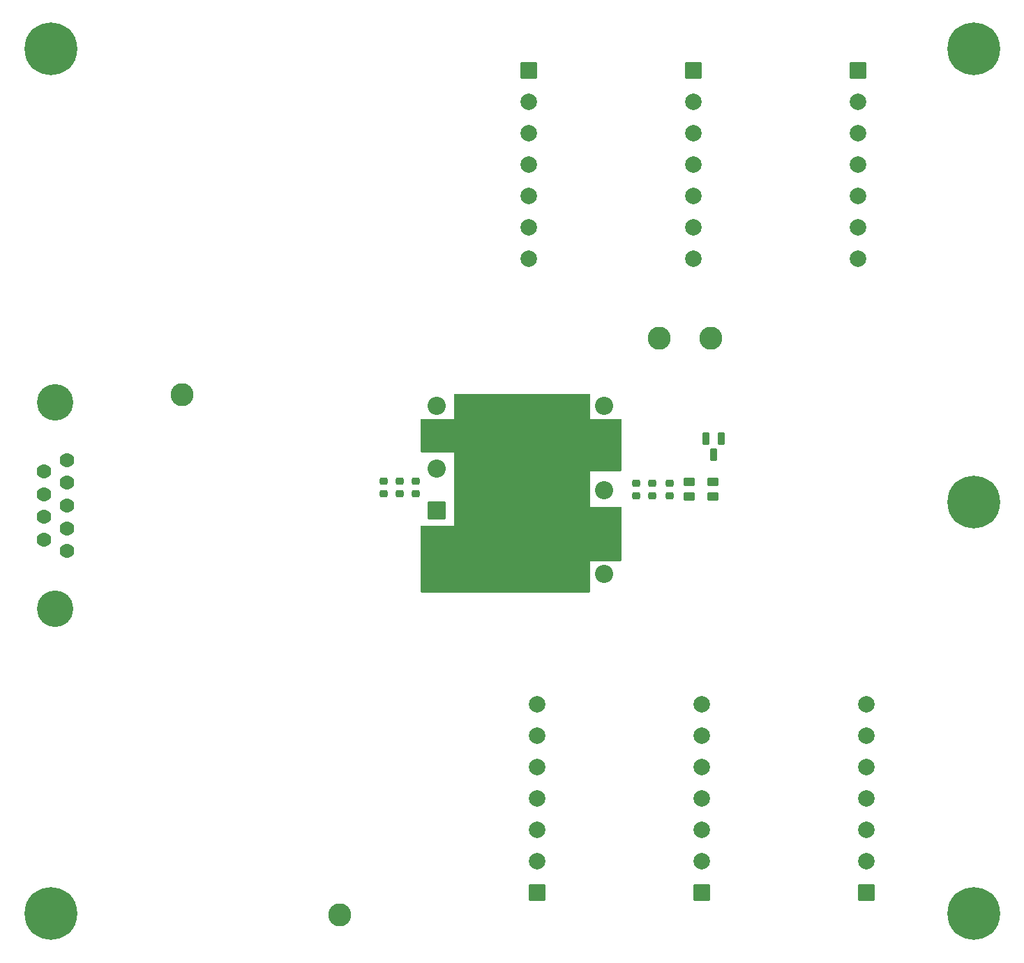
<source format=gbr>
%TF.GenerationSoftware,KiCad,Pcbnew,8.0.6*%
%TF.CreationDate,2025-03-03T14:35:36-05:00*%
%TF.ProjectId,SiPM_Bias_BRD_Telem_PWR,5369504d-5f42-4696-9173-5f4252445f54,rev?*%
%TF.SameCoordinates,Original*%
%TF.FileFunction,Soldermask,Bot*%
%TF.FilePolarity,Negative*%
%FSLAX46Y46*%
G04 Gerber Fmt 4.6, Leading zero omitted, Abs format (unit mm)*
G04 Created by KiCad (PCBNEW 8.0.6) date 2025-03-03 14:35:36*
%MOMM*%
%LPD*%
G01*
G04 APERTURE LIST*
G04 Aperture macros list*
%AMRoundRect*
0 Rectangle with rounded corners*
0 $1 Rounding radius*
0 $2 $3 $4 $5 $6 $7 $8 $9 X,Y pos of 4 corners*
0 Add a 4 corners polygon primitive as box body*
4,1,4,$2,$3,$4,$5,$6,$7,$8,$9,$2,$3,0*
0 Add four circle primitives for the rounded corners*
1,1,$1+$1,$2,$3*
1,1,$1+$1,$4,$5*
1,1,$1+$1,$6,$7*
1,1,$1+$1,$8,$9*
0 Add four rect primitives between the rounded corners*
20,1,$1+$1,$2,$3,$4,$5,0*
20,1,$1+$1,$4,$5,$6,$7,0*
20,1,$1+$1,$6,$7,$8,$9,0*
20,1,$1+$1,$8,$9,$2,$3,0*%
G04 Aperture macros list end*
%ADD10C,6.400000*%
%ADD11RoundRect,0.102000X0.900000X-0.900000X0.900000X0.900000X-0.900000X0.900000X-0.900000X-0.900000X0*%
%ADD12C,2.004000*%
%ADD13RoundRect,0.102000X-0.900000X0.900000X-0.900000X-0.900000X0.900000X-0.900000X0.900000X0.900000X0*%
%ADD14C,2.800000*%
%ADD15C,1.764000*%
%ADD16C,4.420000*%
%ADD17RoundRect,0.102000X1.000000X-1.000000X1.000000X1.000000X-1.000000X1.000000X-1.000000X-1.000000X0*%
%ADD18C,2.204000*%
%ADD19RoundRect,0.225000X0.250000X-0.225000X0.250000X0.225000X-0.250000X0.225000X-0.250000X-0.225000X0*%
%ADD20RoundRect,0.099250X-0.297750X0.632750X-0.297750X-0.632750X0.297750X-0.632750X0.297750X0.632750X0*%
%ADD21RoundRect,0.250000X0.450000X-0.262500X0.450000X0.262500X-0.450000X0.262500X-0.450000X-0.262500X0*%
G04 APERTURE END LIST*
D10*
%TO.C,H6*%
X235000000Y-140000000D03*
%TD*%
D11*
%TO.C,J5*%
X294000000Y-242400000D03*
D12*
X294000000Y-238590000D03*
X294000000Y-234780000D03*
X294000000Y-230970000D03*
X294000000Y-227160000D03*
X294000000Y-223350000D03*
X294000000Y-219540000D03*
%TD*%
D10*
%TO.C,H5*%
X347000000Y-195000000D03*
%TD*%
D11*
%TO.C,J6*%
X314000000Y-242400000D03*
D12*
X314000000Y-238590000D03*
X314000000Y-234780000D03*
X314000000Y-230970000D03*
X314000000Y-227160000D03*
X314000000Y-223350000D03*
X314000000Y-219540000D03*
%TD*%
D13*
%TO.C,J2*%
X293000000Y-142600000D03*
D12*
X293000000Y-146410000D03*
X293000000Y-150220000D03*
X293000000Y-154030000D03*
X293000000Y-157840000D03*
X293000000Y-161650000D03*
X293000000Y-165460000D03*
%TD*%
D14*
%TO.C,P5V_{RTN}*%
X315150000Y-175140000D03*
%TD*%
D15*
%TO.C,J1*%
X236980000Y-189900000D03*
X236980000Y-192670000D03*
X236980000Y-195440000D03*
X236980000Y-198210000D03*
X236980000Y-200980000D03*
X234140000Y-191285000D03*
X234140000Y-194055000D03*
X234140000Y-196825000D03*
X234140000Y-199595000D03*
D16*
X235560000Y-182940000D03*
X235560000Y-207940000D03*
%TD*%
D10*
%TO.C,H2*%
X347000000Y-245000000D03*
%TD*%
D11*
%TO.C,J7*%
X334000000Y-242400000D03*
D12*
X334000000Y-238590000D03*
X334000000Y-234780000D03*
X334000000Y-230970000D03*
X334000000Y-227160000D03*
X334000000Y-223350000D03*
X334000000Y-219540000D03*
%TD*%
D10*
%TO.C,H1*%
X235000000Y-245000000D03*
%TD*%
D13*
%TO.C,J4*%
X333000000Y-142600000D03*
D12*
X333000000Y-146410000D03*
X333000000Y-150220000D03*
X333000000Y-154030000D03*
X333000000Y-157840000D03*
X333000000Y-161650000D03*
X333000000Y-165460000D03*
%TD*%
D14*
%TO.C,P12V_{RTN}*%
X250930000Y-181990000D03*
%TD*%
%TO.C,P5V*%
X308860000Y-175160000D03*
%TD*%
D17*
%TO.C,U1*%
X281837721Y-196043157D03*
D18*
X281837721Y-190943157D03*
X302137721Y-203743157D03*
X302137721Y-193543157D03*
X302137721Y-183343157D03*
X281837721Y-183343157D03*
%TD*%
D13*
%TO.C,J3*%
X313000000Y-142600000D03*
D12*
X313000000Y-146410000D03*
X313000000Y-150220000D03*
X313000000Y-154030000D03*
X313000000Y-157840000D03*
X313000000Y-161650000D03*
X313000000Y-165460000D03*
%TD*%
D14*
%TO.C,Chassis*%
X270030000Y-245110000D03*
%TD*%
D10*
%TO.C,H3*%
X347000000Y-140000000D03*
%TD*%
D19*
%TO.C,C4*%
X277370221Y-194018157D03*
X277370221Y-192468157D03*
%TD*%
%TO.C,C3*%
X275430221Y-194008157D03*
X275430221Y-192458157D03*
%TD*%
D20*
%TO.C,D1*%
X314490000Y-187322500D03*
X316390000Y-187322500D03*
X315440000Y-189282500D03*
%TD*%
D19*
%TO.C,C9*%
X310100221Y-194268157D03*
X310100221Y-192718157D03*
%TD*%
D21*
%TO.C,R5*%
X315400000Y-194365000D03*
X315400000Y-192540000D03*
%TD*%
D19*
%TO.C,C6*%
X306060221Y-194298157D03*
X306060221Y-192748157D03*
%TD*%
%TO.C,C5*%
X279300221Y-194018157D03*
X279300221Y-192468157D03*
%TD*%
D21*
%TO.C,R1*%
X312490221Y-194385657D03*
X312490221Y-192560657D03*
%TD*%
D19*
%TO.C,C8*%
X308030221Y-194268157D03*
X308030221Y-192718157D03*
%TD*%
G36*
X300425039Y-181883685D02*
G01*
X300470794Y-181936489D01*
X300482000Y-181988000D01*
X300482000Y-184912000D01*
X304168000Y-184912000D01*
X304235039Y-184931685D01*
X304280794Y-184984489D01*
X304292000Y-185036000D01*
X304292000Y-191138000D01*
X304272315Y-191205039D01*
X304219511Y-191250794D01*
X304168000Y-191262000D01*
X300482000Y-191262000D01*
X300482000Y-195580000D01*
X304168000Y-195580000D01*
X304235039Y-195599685D01*
X304280794Y-195652489D01*
X304292000Y-195704000D01*
X304292000Y-202060000D01*
X304272315Y-202127039D01*
X304219511Y-202172794D01*
X304168000Y-202184000D01*
X300482000Y-202184000D01*
X300482000Y-205870000D01*
X300462315Y-205937039D01*
X300409511Y-205982794D01*
X300358000Y-205994000D01*
X280032000Y-205994000D01*
X279964961Y-205974315D01*
X279919206Y-205921511D01*
X279908000Y-205870000D01*
X279908000Y-197990000D01*
X279927685Y-197922961D01*
X279980489Y-197877206D01*
X280032000Y-197866000D01*
X283972000Y-197866000D01*
X283972000Y-188976000D01*
X280032000Y-188976000D01*
X279964961Y-188956315D01*
X279919206Y-188903511D01*
X279908000Y-188852000D01*
X279908000Y-185036000D01*
X279927685Y-184968961D01*
X279980489Y-184923206D01*
X280032000Y-184912000D01*
X283972000Y-184912000D01*
X283972000Y-181988000D01*
X283991685Y-181920961D01*
X284044489Y-181875206D01*
X284096000Y-181864000D01*
X300358000Y-181864000D01*
X300425039Y-181883685D01*
G37*
M02*

</source>
